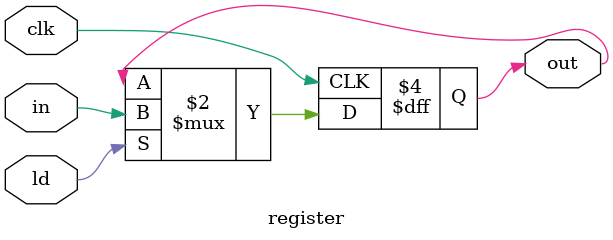
<source format=v>
module register
    #(parameter N = 1) (
        input [N-1:0] in,
        input ld, clk,
        output reg [N-1:0] out);

always @(posedge clk) begin
    if(ld) begin
        out <= in;
    end
end
endmodule
</source>
